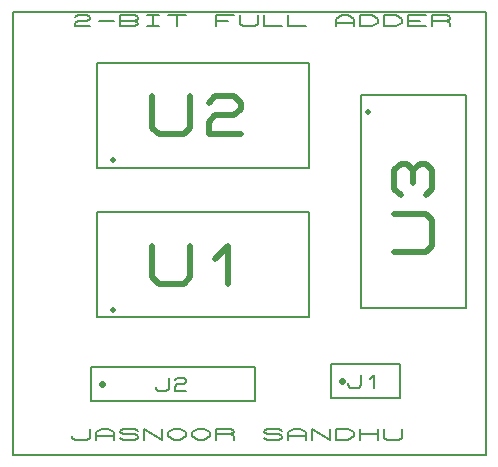
<source format=gbr>
G04 PROTEUS GERBER X2 FILE*
%TF.GenerationSoftware,Labcenter,Proteus,8.9-SP2-Build28501*%
%TF.CreationDate,2023-03-09T16:47:13+00:00*%
%TF.FileFunction,AssemblyDrawing,Top*%
%TF.FilePolarity,Positive*%
%TF.Part,Single*%
%TF.SameCoordinates,{0f7d483c-582a-42f8-afd4-3f49b78b352a}*%
%FSLAX45Y45*%
%MOMM*%
G01*
%TA.AperFunction,Profile*%
%ADD16C,0.203200*%
%TA.AperFunction,Material*%
%ADD17C,0.203200*%
%ADD18C,0.508000*%
%ADD23C,0.533400*%
%ADD19C,0.152400*%
%ADD24C,0.558800*%
%ADD25C,0.182880*%
%TD.AperFunction*%
D16*
X-2750000Y-3000000D02*
X+1250000Y-3000000D01*
X+1250000Y+750000D01*
X-2750000Y+750000D01*
X-2750000Y-3000000D01*
D17*
X-2042160Y-1837500D02*
X-243840Y-1837500D01*
X-243840Y-948500D01*
X-2042160Y-948500D01*
X-2042160Y-1837500D01*
D18*
X-1905000Y-1774000D02*
X-1905000Y-1774000D01*
D23*
X-1569720Y-1232980D02*
X-1569720Y-1499680D01*
X-1516380Y-1553020D01*
X-1303020Y-1553020D01*
X-1249680Y-1499680D01*
X-1249680Y-1232980D01*
X-1036320Y-1339660D02*
X-929640Y-1232980D01*
X-929640Y-1553020D01*
D17*
X-2042160Y-571500D02*
X-243840Y-571500D01*
X-243840Y+317500D01*
X-2042160Y+317500D01*
X-2042160Y-571500D01*
D18*
X-1905000Y-508000D02*
X-1905000Y-508000D01*
D23*
X-1569720Y+33020D02*
X-1569720Y-233680D01*
X-1516380Y-287020D01*
X-1303020Y-287020D01*
X-1249680Y-233680D01*
X-1249680Y+33020D01*
X-1089660Y-20320D02*
X-1036320Y+33020D01*
X-876300Y+33020D01*
X-822960Y-20320D01*
X-822960Y-73660D01*
X-876300Y-127000D01*
X-1036320Y-127000D01*
X-1089660Y-180340D01*
X-1089660Y-287020D01*
X-822960Y-287020D01*
D17*
X+194500Y-1756160D02*
X+1083500Y-1756160D01*
X+1083500Y+42160D01*
X+194500Y+42160D01*
X+194500Y-1756160D01*
D18*
X+258000Y-95000D02*
X+258000Y-95000D01*
D23*
X+478980Y-1283720D02*
X+745680Y-1283720D01*
X+799020Y-1230380D01*
X+799020Y-1017020D01*
X+745680Y-963680D01*
X+478980Y-963680D01*
X+532320Y-803660D02*
X+478980Y-750320D01*
X+478980Y-590300D01*
X+532320Y-536960D01*
X+585660Y-536960D01*
X+639000Y-590300D01*
X+692340Y-536960D01*
X+745680Y-536960D01*
X+799020Y-590300D01*
X+799020Y-750320D01*
X+745680Y-803660D01*
X+639000Y-696980D02*
X+639000Y-590300D01*
D19*
X-701750Y-2549780D02*
X-701750Y-2260220D01*
X-2092250Y-2260220D01*
X-2092250Y-2549780D01*
X-701750Y-2549780D01*
X-701750Y-2260220D01*
X-2092250Y-2260220D01*
X-2092250Y-2549780D01*
X-701750Y-2549780D01*
D24*
X-1997000Y-2405000D02*
X-1997000Y-2405000D01*
D25*
X-1543304Y-2423288D02*
X-1543304Y-2441576D01*
X-1525016Y-2459864D01*
X-1451864Y-2459864D01*
X-1433576Y-2441576D01*
X-1433576Y-2350136D01*
X-1378712Y-2368424D02*
X-1360424Y-2350136D01*
X-1305560Y-2350136D01*
X-1287272Y-2368424D01*
X-1287272Y-2386712D01*
X-1305560Y-2405000D01*
X-1360424Y-2405000D01*
X-1378712Y-2423288D01*
X-1378712Y-2459864D01*
X-1287272Y-2459864D01*
D19*
X+529250Y-2521780D02*
X+529250Y-2232220D01*
X-61250Y-2232220D01*
X-61250Y-2521780D01*
X+529250Y-2521780D01*
X+529250Y-2232220D01*
X-61250Y-2232220D01*
X-61250Y-2521780D01*
X+529250Y-2521780D01*
D24*
X+34000Y-2377000D02*
X+34000Y-2377000D01*
D25*
X+87696Y-2395288D02*
X+87696Y-2413576D01*
X+105984Y-2431864D01*
X+179136Y-2431864D01*
X+197424Y-2413576D01*
X+197424Y-2322136D01*
X+270576Y-2358712D02*
X+307152Y-2322136D01*
X+307152Y-2431864D01*
D16*
X-2250000Y-2841440D02*
X-2250000Y-2856680D01*
X-2224600Y-2871920D01*
X-2123000Y-2871920D01*
X-2097600Y-2856680D01*
X-2097600Y-2780480D01*
X-2046800Y-2871920D02*
X-2046800Y-2810960D01*
X-1996000Y-2780480D01*
X-1945200Y-2780480D01*
X-1894400Y-2810960D01*
X-1894400Y-2871920D01*
X-2046800Y-2841440D02*
X-1894400Y-2841440D01*
X-1843600Y-2856680D02*
X-1818200Y-2871920D01*
X-1716600Y-2871920D01*
X-1691200Y-2856680D01*
X-1691200Y-2841440D01*
X-1716600Y-2826200D01*
X-1818200Y-2826200D01*
X-1843600Y-2810960D01*
X-1843600Y-2795720D01*
X-1818200Y-2780480D01*
X-1716600Y-2780480D01*
X-1691200Y-2795720D01*
X-1640400Y-2871920D02*
X-1640400Y-2780480D01*
X-1488000Y-2871920D01*
X-1488000Y-2780480D01*
X-1437200Y-2810960D02*
X-1386400Y-2780480D01*
X-1335600Y-2780480D01*
X-1284800Y-2810960D01*
X-1284800Y-2841440D01*
X-1335600Y-2871920D01*
X-1386400Y-2871920D01*
X-1437200Y-2841440D01*
X-1437200Y-2810960D01*
X-1234000Y-2810960D02*
X-1183200Y-2780480D01*
X-1132400Y-2780480D01*
X-1081600Y-2810960D01*
X-1081600Y-2841440D01*
X-1132400Y-2871920D01*
X-1183200Y-2871920D01*
X-1234000Y-2841440D01*
X-1234000Y-2810960D01*
X-1030800Y-2871920D02*
X-1030800Y-2780480D01*
X-903800Y-2780480D01*
X-878400Y-2795720D01*
X-878400Y-2810960D01*
X-903800Y-2826200D01*
X-1030800Y-2826200D01*
X-903800Y-2826200D02*
X-878400Y-2841440D01*
X-878400Y-2871920D01*
X-624400Y-2856680D02*
X-599000Y-2871920D01*
X-497400Y-2871920D01*
X-472000Y-2856680D01*
X-472000Y-2841440D01*
X-497400Y-2826200D01*
X-599000Y-2826200D01*
X-624400Y-2810960D01*
X-624400Y-2795720D01*
X-599000Y-2780480D01*
X-497400Y-2780480D01*
X-472000Y-2795720D01*
X-421200Y-2871920D02*
X-421200Y-2810960D01*
X-370400Y-2780480D01*
X-319600Y-2780480D01*
X-268800Y-2810960D01*
X-268800Y-2871920D01*
X-421200Y-2841440D02*
X-268800Y-2841440D01*
X-218000Y-2871920D02*
X-218000Y-2780480D01*
X-65600Y-2871920D01*
X-65600Y-2780480D01*
X-14800Y-2871920D02*
X-14800Y-2780480D01*
X+86800Y-2780480D01*
X+137600Y-2810960D01*
X+137600Y-2841440D01*
X+86800Y-2871920D01*
X-14800Y-2871920D01*
X+188400Y-2871920D02*
X+188400Y-2780480D01*
X+340800Y-2780480D02*
X+340800Y-2871920D01*
X+188400Y-2826200D02*
X+340800Y-2826200D01*
X+391600Y-2780480D02*
X+391600Y-2856680D01*
X+417000Y-2871920D01*
X+518600Y-2871920D01*
X+544000Y-2856680D01*
X+544000Y-2780480D01*
X-2224600Y+704280D02*
X-2199200Y+719520D01*
X-2123000Y+719520D01*
X-2097600Y+704280D01*
X-2097600Y+689040D01*
X-2123000Y+673800D01*
X-2199200Y+673800D01*
X-2224600Y+658560D01*
X-2224600Y+628080D01*
X-2097600Y+628080D01*
X-2021400Y+673800D02*
X-1894400Y+673800D01*
X-1843600Y+628080D02*
X-1843600Y+719520D01*
X-1716600Y+719520D01*
X-1691200Y+704280D01*
X-1691200Y+689040D01*
X-1716600Y+673800D01*
X-1691200Y+658560D01*
X-1691200Y+643320D01*
X-1716600Y+628080D01*
X-1843600Y+628080D01*
X-1843600Y+673800D02*
X-1716600Y+673800D01*
X-1615000Y+719520D02*
X-1513400Y+719520D01*
X-1564200Y+719520D02*
X-1564200Y+628080D01*
X-1615000Y+628080D02*
X-1513400Y+628080D01*
X-1437200Y+719520D02*
X-1284800Y+719520D01*
X-1361000Y+719520D02*
X-1361000Y+628080D01*
X-1030800Y+628080D02*
X-1030800Y+719520D01*
X-878400Y+719520D01*
X-1030800Y+673800D02*
X-929200Y+673800D01*
X-827600Y+719520D02*
X-827600Y+643320D01*
X-802200Y+628080D01*
X-700600Y+628080D01*
X-675200Y+643320D01*
X-675200Y+719520D01*
X-624400Y+719520D02*
X-624400Y+628080D01*
X-472000Y+628080D01*
X-421200Y+719520D02*
X-421200Y+628080D01*
X-268800Y+628080D01*
X-14800Y+628080D02*
X-14800Y+689040D01*
X+36000Y+719520D01*
X+86800Y+719520D01*
X+137600Y+689040D01*
X+137600Y+628080D01*
X-14800Y+658560D02*
X+137600Y+658560D01*
X+188400Y+628080D02*
X+188400Y+719520D01*
X+290000Y+719520D01*
X+340800Y+689040D01*
X+340800Y+658560D01*
X+290000Y+628080D01*
X+188400Y+628080D01*
X+391600Y+628080D02*
X+391600Y+719520D01*
X+493200Y+719520D01*
X+544000Y+689040D01*
X+544000Y+658560D01*
X+493200Y+628080D01*
X+391600Y+628080D01*
X+747200Y+628080D02*
X+594800Y+628080D01*
X+594800Y+719520D01*
X+747200Y+719520D01*
X+594800Y+673800D02*
X+696400Y+673800D01*
X+798000Y+628080D02*
X+798000Y+719520D01*
X+925000Y+719520D01*
X+950400Y+704280D01*
X+950400Y+689040D01*
X+925000Y+673800D01*
X+798000Y+673800D01*
X+925000Y+673800D02*
X+950400Y+658560D01*
X+950400Y+628080D01*
M02*

</source>
